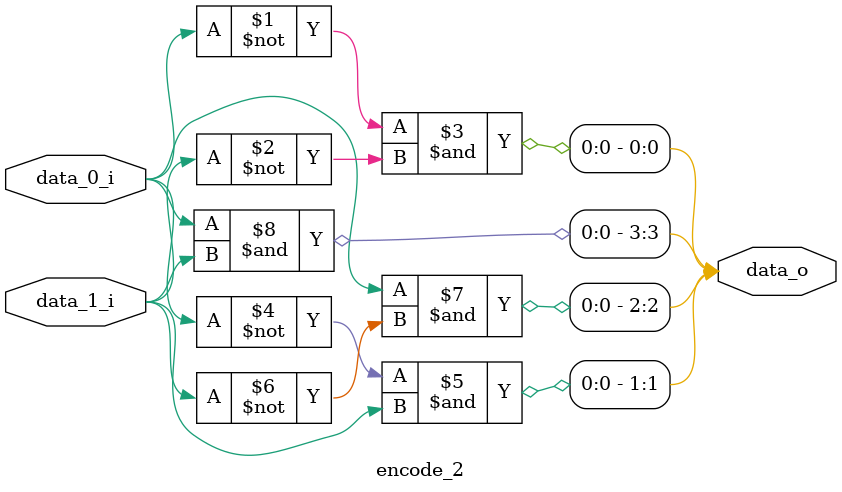
<source format=v>
`timescale 1ns / 1ps

module encode_2
(
    input wire data_0_i,
    input wire data_1_i,
    
    output wire [3:0] data_o
);

     assign   data_o [0] = ~data_0_i & ~data_1_i;
     assign   data_o [1] = ~data_0_i &  data_1_i;
     assign   data_o [2] =  data_0_i & ~data_1_i;
     assign   data_o [3] =  data_0_i &  data_1_i;
     
endmodule

</source>
